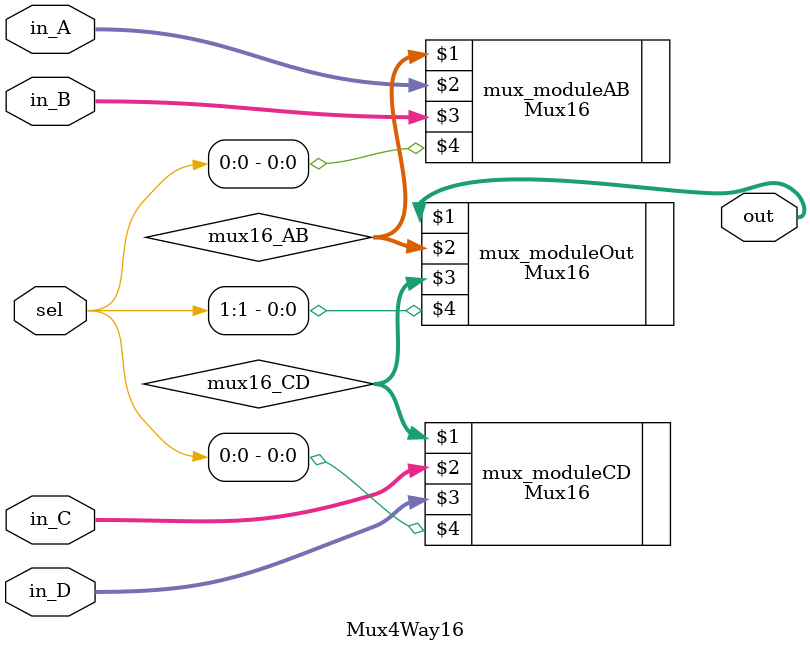
<source format=v>
/* módulo Mux4Way */

`include "Mux16.v"

`ifndef _MUX4WAY16_
`define _MUX4WAY16_

module Mux4Way16(out, in_A, in_B, in_C, in_D, sel);
    input [15:0] in_A, in_B, in_C, in_D;
    input [1:0] sel;
    wire [15:0] mux16_AB, mux16_CD;
    output [15:0] out;

    Mux16 mux_moduleAB(mux16_AB, in_A, in_B, sel[0]);
    Mux16 mux_moduleCD(mux16_CD, in_C, in_D, sel[0]);
    Mux16 mux_moduleOut(out, mux16_AB, mux16_CD, sel[1]);
endmodule

`endif
</source>
